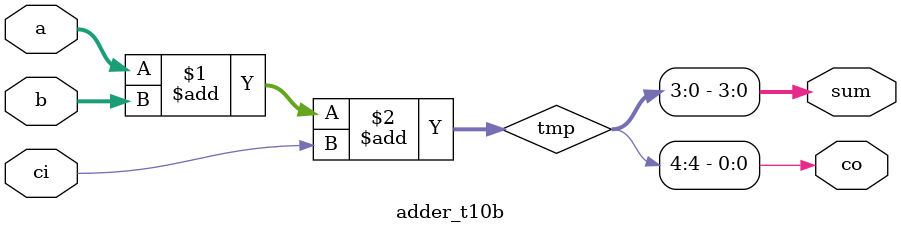
<source format=v>
module adder_t10a (co, sum, a, b, ci);
  output co;
  output [3:0] sum;
  input [3:0] a, b;
  input ci;
  wire [4:0] tmp;
  
  assign tmp = a + b + ci;
  assign #12 {co, sum} = tmp;
endmodule

module adder_t10b (co, sum, a, b, ci);
  output co;
  output [3:0] sum;
  input [3:0] a, b;
  input ci;
  wire [4:0] tmp;
  
  assign #12 tmp = a + b + ci;
  assign {co, sum} = tmp;
endmodule
</source>
